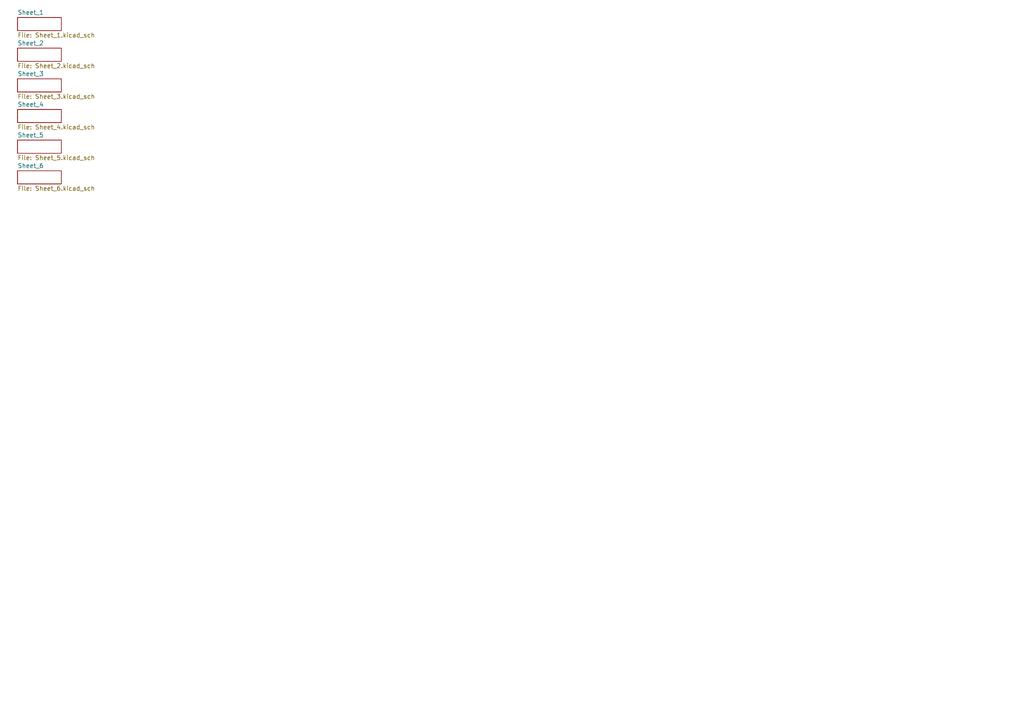
<source format=kicad_sch>
(kicad_sch
	(version 20250114)
	(generator "eeschema")
	(generator_version "9.0")
	(uuid "864a3d85-3646-4e2b-968a-9945ad82cbc6")
	(paper "A4")
	(lib_symbols)
	(sheet
		(at 5.08 49.53)
		(size 12.7 3.81)
		(exclude_from_sim no)
		(in_bom yes)
		(on_board yes)
		(dnp no)
		(fields_autoplaced yes)
		(stroke
			(width 0)
			(type solid)
		)
		(fill
			(color 0 0 0 0.0000)
		)
		(uuid "2d2695ab-edf3-4fe2-bacf-7e4fe609e6ad")
		(property "Sheetname" "Sheet_6"
			(at 5.08 48.8184 0)
			(effects
				(font
					(size 1.27 1.27)
				)
				(justify left bottom)
			)
		)
		(property "Sheetfile" "Sheet_6.kicad_sch"
			(at 5.08 53.9246 0)
			(effects
				(font
					(size 1.27 1.27)
				)
				(justify left top)
			)
		)
		(instances
			(project "BackupProjects_westpol_personal_0_20260128"
				(path "/864a3d85-3646-4e2b-968a-9945ad82cbc6"
					(page "6")
				)
			)
		)
	)
	(sheet
		(at 5.08 5.08)
		(size 12.7 3.81)
		(exclude_from_sim no)
		(in_bom yes)
		(on_board yes)
		(dnp no)
		(fields_autoplaced yes)
		(stroke
			(width 0)
			(type solid)
		)
		(fill
			(color 0 0 0 0.0000)
		)
		(uuid "559c5800-8e9e-45bc-a646-132806988506")
		(property "Sheetname" "Sheet_1"
			(at 5.08 4.3684 0)
			(effects
				(font
					(size 1.27 1.27)
				)
				(justify left bottom)
			)
		)
		(property "Sheetfile" "Sheet_1.kicad_sch"
			(at 5.08 9.4746 0)
			(effects
				(font
					(size 1.27 1.27)
				)
				(justify left top)
			)
		)
		(instances
			(project "BackupProjects_westpol_personal_0_20260128"
				(path "/864a3d85-3646-4e2b-968a-9945ad82cbc6"
					(page "1")
				)
			)
		)
	)
	(sheet
		(at 5.08 40.64)
		(size 12.7 3.81)
		(exclude_from_sim no)
		(in_bom yes)
		(on_board yes)
		(dnp no)
		(fields_autoplaced yes)
		(stroke
			(width 0)
			(type solid)
		)
		(fill
			(color 0 0 0 0.0000)
		)
		(uuid "5db24341-3e9b-49d9-b3c4-8d81be43d72c")
		(property "Sheetname" "Sheet_5"
			(at 5.08 39.9284 0)
			(effects
				(font
					(size 1.27 1.27)
				)
				(justify left bottom)
			)
		)
		(property "Sheetfile" "Sheet_5.kicad_sch"
			(at 5.08 45.0346 0)
			(effects
				(font
					(size 1.27 1.27)
				)
				(justify left top)
			)
		)
		(instances
			(project "BackupProjects_westpol_personal_0_20260128"
				(path "/864a3d85-3646-4e2b-968a-9945ad82cbc6"
					(page "5")
				)
			)
		)
	)
	(sheet
		(at 5.08 22.86)
		(size 12.7 3.81)
		(exclude_from_sim no)
		(in_bom yes)
		(on_board yes)
		(dnp no)
		(fields_autoplaced yes)
		(stroke
			(width 0)
			(type solid)
		)
		(fill
			(color 0 0 0 0.0000)
		)
		(uuid "9be43589-55fd-4d71-891b-d7fc9efb4c69")
		(property "Sheetname" "Sheet_3"
			(at 5.08 22.1484 0)
			(effects
				(font
					(size 1.27 1.27)
				)
				(justify left bottom)
			)
		)
		(property "Sheetfile" "Sheet_3.kicad_sch"
			(at 5.08 27.2546 0)
			(effects
				(font
					(size 1.27 1.27)
				)
				(justify left top)
			)
		)
		(instances
			(project "BackupProjects_westpol_personal_0_20260128"
				(path "/864a3d85-3646-4e2b-968a-9945ad82cbc6"
					(page "3")
				)
			)
		)
	)
	(sheet
		(at 5.08 13.97)
		(size 12.7 3.81)
		(exclude_from_sim no)
		(in_bom yes)
		(on_board yes)
		(dnp no)
		(fields_autoplaced yes)
		(stroke
			(width 0)
			(type solid)
		)
		(fill
			(color 0 0 0 0.0000)
		)
		(uuid "adafd85f-0780-4c9d-bf01-58dc80d0d23b")
		(property "Sheetname" "Sheet_2"
			(at 5.08 13.2584 0)
			(effects
				(font
					(size 1.27 1.27)
				)
				(justify left bottom)
			)
		)
		(property "Sheetfile" "Sheet_2.kicad_sch"
			(at 5.08 18.3646 0)
			(effects
				(font
					(size 1.27 1.27)
				)
				(justify left top)
			)
		)
		(instances
			(project "BackupProjects_westpol_personal_0_20260128"
				(path "/864a3d85-3646-4e2b-968a-9945ad82cbc6"
					(page "2")
				)
			)
		)
	)
	(sheet
		(at 5.08 31.75)
		(size 12.7 3.81)
		(exclude_from_sim no)
		(in_bom yes)
		(on_board yes)
		(dnp no)
		(fields_autoplaced yes)
		(stroke
			(width 0)
			(type solid)
		)
		(fill
			(color 0 0 0 0.0000)
		)
		(uuid "f1b3c48c-5973-4744-9202-0c7db3d2435d")
		(property "Sheetname" "Sheet_4"
			(at 5.08 31.0384 0)
			(effects
				(font
					(size 1.27 1.27)
				)
				(justify left bottom)
			)
		)
		(property "Sheetfile" "Sheet_4.kicad_sch"
			(at 5.08 36.1446 0)
			(effects
				(font
					(size 1.27 1.27)
				)
				(justify left top)
			)
		)
		(instances
			(project "BackupProjects_westpol_personal_0_20260128"
				(path "/864a3d85-3646-4e2b-968a-9945ad82cbc6"
					(page "4")
				)
			)
		)
	)
)

</source>
